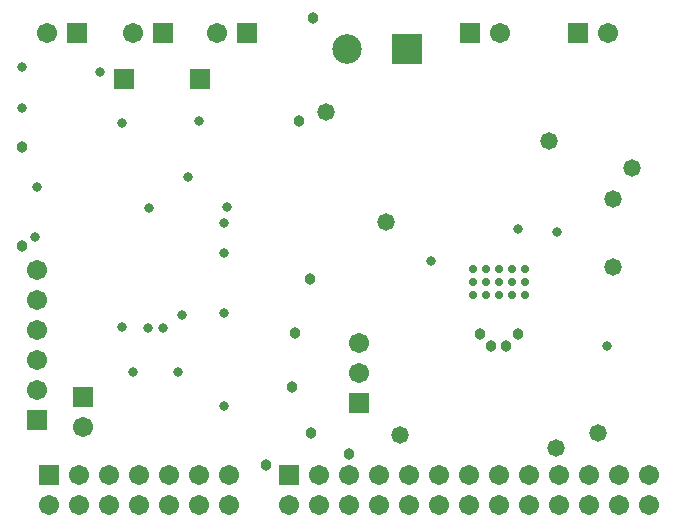
<source format=gbs>
%FSLAX25Y25*%
%MOIN*%
G70*
G01*
G75*
G04 Layer_Color=16711935*
%ADD10R,0.12205X0.06299*%
%ADD11R,0.03543X0.03150*%
%ADD12R,0.03543X0.02756*%
%ADD13R,0.02756X0.03543*%
%ADD14R,0.01772X0.02362*%
%ADD15R,0.12795X0.08661*%
%ADD16R,0.03937X0.08661*%
%ADD17R,0.03937X0.05906*%
%ADD18R,0.06102X0.09646*%
%ADD19R,0.01378X0.03543*%
%ADD20R,0.01181X0.03937*%
%ADD21O,0.02362X0.08661*%
%ADD22O,0.01181X0.06299*%
%ADD23O,0.06299X0.01181*%
%ADD24R,0.20551X0.12205*%
%ADD25O,0.01378X0.06693*%
%ADD26R,0.05512X0.11811*%
%ADD27R,0.11811X0.05512*%
%ADD28R,0.02953X0.11024*%
%ADD29R,0.05118X0.06102*%
%ADD30R,0.07480X0.04331*%
%ADD31R,0.05906X0.03937*%
%ADD32C,0.01400*%
%ADD33C,0.00800*%
%ADD34C,0.01500*%
%ADD35C,0.00600*%
%ADD36C,0.03500*%
%ADD37C,0.02500*%
%ADD38C,0.01000*%
%ADD39C,0.01200*%
%ADD40C,0.03900*%
%ADD41C,0.05000*%
%ADD42R,0.05906X0.05906*%
%ADD43C,0.09055*%
%ADD44R,0.09055X0.09055*%
%ADD45C,0.05906*%
%ADD46R,0.05906X0.05906*%
%ADD47C,0.02500*%
%ADD48C,0.05000*%
%ADD49C,0.03000*%
%ADD50C,0.02000*%
%ADD51C,0.00984*%
%ADD52C,0.00394*%
%ADD53C,0.02362*%
%ADD54C,0.00984*%
%ADD55C,0.00787*%
%ADD56C,0.00500*%
%ADD57C,0.02000*%
%ADD58R,0.13005X0.07099*%
%ADD59R,0.04343X0.03950*%
%ADD60R,0.04343X0.03556*%
%ADD61R,0.03556X0.04343*%
%ADD62R,0.02572X0.03162*%
%ADD63R,0.13595X0.09461*%
%ADD64R,0.04737X0.09461*%
%ADD65R,0.04737X0.06706*%
%ADD66R,0.06902X0.10446*%
%ADD67R,0.02178X0.04343*%
%ADD68R,0.01981X0.04737*%
%ADD69O,0.03162X0.09461*%
%ADD70O,0.01981X0.07099*%
%ADD71O,0.07099X0.01981*%
%ADD72R,0.21351X0.13005*%
%ADD73O,0.02178X0.07493*%
%ADD74R,0.06312X0.12611*%
%ADD75R,0.12611X0.06312*%
%ADD76R,0.05918X0.06902*%
%ADD77R,0.08280X0.05131*%
%ADD78R,0.06706X0.04737*%
%ADD79R,0.06706X0.06706*%
%ADD80C,0.09855*%
%ADD81R,0.09855X0.09855*%
%ADD82C,0.06706*%
%ADD83R,0.06706X0.06706*%
%ADD84C,0.03300*%
%ADD85C,0.05800*%
%ADD86C,0.03800*%
%ADD87C,0.02800*%
D79*
X37500Y150000D02*
D03*
X63000D02*
D03*
X22000Y165500D02*
D03*
X78500D02*
D03*
X50500D02*
D03*
X189000D02*
D03*
X153000D02*
D03*
X12500Y18000D02*
D03*
X92500D02*
D03*
D80*
X112000Y160000D02*
D03*
D81*
X132000D02*
D03*
D82*
X12000Y165500D02*
D03*
X68500D02*
D03*
X40500D02*
D03*
X8500Y46500D02*
D03*
Y56500D02*
D03*
Y66500D02*
D03*
Y76500D02*
D03*
Y86500D02*
D03*
X199000Y165500D02*
D03*
X163000D02*
D03*
X116000Y52000D02*
D03*
Y62000D02*
D03*
X24000Y34000D02*
D03*
X72500Y8000D02*
D03*
Y18000D02*
D03*
X62500Y8000D02*
D03*
Y18000D02*
D03*
X52500Y8000D02*
D03*
Y18000D02*
D03*
X42500Y8000D02*
D03*
Y18000D02*
D03*
X32500Y8000D02*
D03*
Y18000D02*
D03*
X22500Y8000D02*
D03*
Y18000D02*
D03*
X12500Y8000D02*
D03*
X212500D02*
D03*
Y18000D02*
D03*
X202500Y8000D02*
D03*
Y18000D02*
D03*
X192500Y8000D02*
D03*
Y18000D02*
D03*
X182500Y8000D02*
D03*
Y18000D02*
D03*
X172500Y8000D02*
D03*
Y18000D02*
D03*
X162500Y8000D02*
D03*
Y18000D02*
D03*
X152500Y8000D02*
D03*
Y18000D02*
D03*
X142500Y8000D02*
D03*
Y18000D02*
D03*
X132500Y8000D02*
D03*
Y18000D02*
D03*
X122500Y8000D02*
D03*
Y18000D02*
D03*
X112500Y8000D02*
D03*
Y18000D02*
D03*
X102500Y8000D02*
D03*
Y18000D02*
D03*
X92500Y8000D02*
D03*
D83*
X8500Y36500D02*
D03*
X116000Y42000D02*
D03*
X24000Y44000D02*
D03*
D84*
X37047Y67547D02*
D03*
X3500Y140500D02*
D03*
X62500Y136000D02*
D03*
X37000Y135500D02*
D03*
X29500Y152500D02*
D03*
X3500Y154000D02*
D03*
X40500Y52500D02*
D03*
X57000Y71500D02*
D03*
X45500Y67000D02*
D03*
X50500D02*
D03*
X55500Y52500D02*
D03*
X71000Y71964D02*
D03*
Y40964D02*
D03*
X8000Y97500D02*
D03*
X8500Y114000D02*
D03*
X71000Y92000D02*
D03*
Y102000D02*
D03*
X72000Y107500D02*
D03*
X59000Y117500D02*
D03*
X46000Y107000D02*
D03*
X198500Y61244D02*
D03*
X140000Y89500D02*
D03*
X169000Y100000D02*
D03*
X181756Y99256D02*
D03*
D85*
X207000Y120500D02*
D03*
X105000Y139000D02*
D03*
X181500Y27000D02*
D03*
X179386Y129386D02*
D03*
X125000Y102500D02*
D03*
X195500Y32000D02*
D03*
X129500Y31500D02*
D03*
X200500Y87500D02*
D03*
Y110000D02*
D03*
D86*
X100500Y170500D02*
D03*
X165000Y61102D02*
D03*
X169000Y65000D02*
D03*
X160000Y61000D02*
D03*
X156102Y65000D02*
D03*
X99500Y83500D02*
D03*
X3500Y94500D02*
D03*
Y127500D02*
D03*
X95953Y136047D02*
D03*
X85000Y21500D02*
D03*
X93488Y47547D02*
D03*
X94500Y65500D02*
D03*
X112500Y25000D02*
D03*
X100000Y32000D02*
D03*
D87*
X171161Y86831D02*
D03*
Y82500D02*
D03*
Y78169D02*
D03*
X166831Y86831D02*
D03*
Y82500D02*
D03*
Y78169D02*
D03*
X162500Y86831D02*
D03*
Y82500D02*
D03*
Y78169D02*
D03*
X158169Y86831D02*
D03*
Y82500D02*
D03*
Y78169D02*
D03*
X153839Y86831D02*
D03*
Y82500D02*
D03*
Y78169D02*
D03*
M02*

</source>
